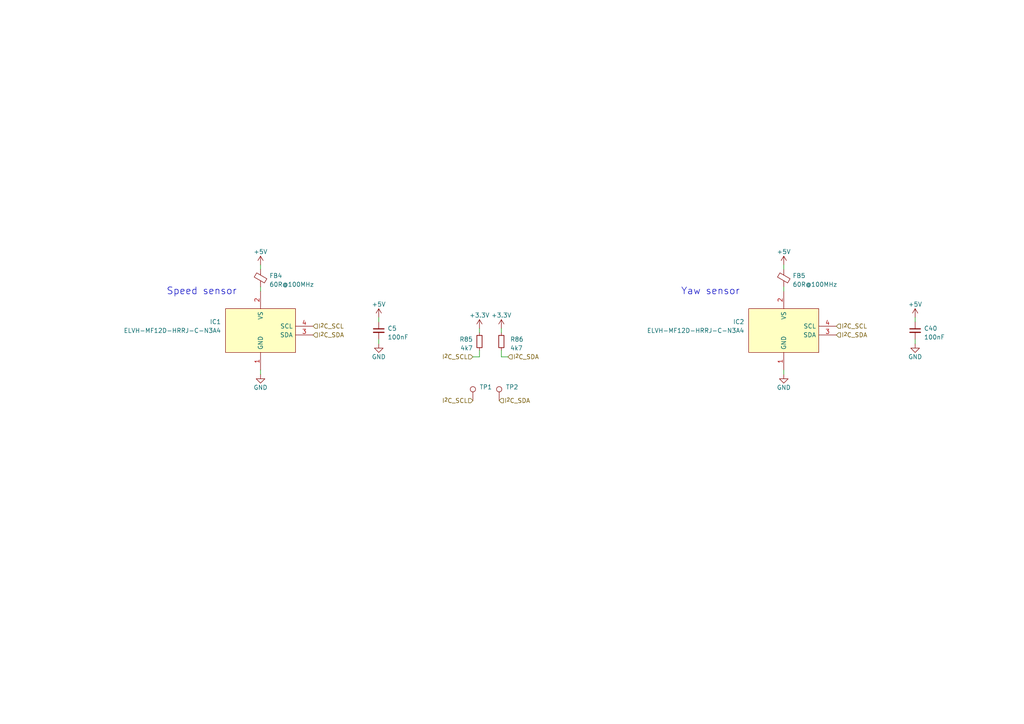
<source format=kicad_sch>
(kicad_sch (version 20230121) (generator eeschema)
  (paper "A4")
  (title_block (title "Yaw sensor") (date "2023-03-11") (rev "${REVISION}") (company "Author: Szymon Kostrubiec") (comment 1 "Reviewer:"))
  (lib_symbols
    (symbol "Connector:TestPoint" (pin_numbers hide) (pin_names (offset 0.762) hide)
      (property "Reference" "TP" (at 0 6.858 0))
      (property "Value" "TestPoint" (at 0 5.08 0))
      (symbol "TestPoint_0_1"
        (circle (center 0 3.302) (radius 0.762))
      )
      (symbol "TestPoint_1_1"
        (pin passive line (at 0 0 90) (length 2.54) (name "1") (number "1"))
      )
    )
    (symbol "Device:C_Small" (pin_numbers hide) (pin_names (offset 0.254) hide)
      (property "Reference" "C" (at 0.254 1.778 0))
      (property "Value" "C_Small" (at 0.254 -2.032 0))
      (symbol "C_Small_0_1"
        (polyline (pts (xy -1.524 -0.508) (xy 1.524 -0.508)) (stroke (width 0.3302)))
        (polyline (pts (xy -1.524 0.508) (xy 1.524 0.508)) (stroke (width 0.3048)))
      )
      (symbol "C_Small_1_1"
        (pin passive line (at 0 2.54 270) (length 2.032) (name "~") (number "1"))
        (pin passive line (at 0 -2.54 90) (length 2.032) (name "~") (number "2"))
      )
    )
    (symbol "Device:FerriteBead_Small" (pin_numbers hide) (pin_names (offset 0))
      (property "Reference" "FB" (at 1.905 1.27 0))
      (property "Value" "FerriteBead_Small" (at 1.905 -1.27 0))
      (symbol "FerriteBead_Small_0_1"
        (polyline (pts (xy 0 -1.27) (xy 0 -0.7874)))
        (polyline (pts (xy 0 0.889) (xy 0 1.2954)))
        (polyline (pts (xy -1.8288 0.2794) (xy -1.1176 1.4986) (xy 1.8288 -0.2032) (xy 1.1176 -1.4224) (xy -1.8288 0.2794)))
      )
      (symbol "FerriteBead_Small_1_1"
        (pin passive line (at 0 2.54 270) (length 1.27) (name "~") (number "1"))
        (pin passive line (at 0 -2.54 90) (length 1.27) (name "~") (number "2"))
      )
    )
    (symbol "Device:R_Small" (pin_numbers hide) (pin_names (offset 0.254) hide)
      (property "Reference" "R" (at 0.762 0.508 0))
      (property "Value" "R_Small" (at 0.762 -1.016 0))
      (symbol "R_Small_0_1"
        (rectangle (start -0.762 1.778) (end 0.762 -1.778) (stroke (width 0.2032)))
      )
      (symbol "R_Small_1_1"
        (pin passive line (at 0 2.54 270) (length 0.762) (name "~") (number "1"))
        (pin passive line (at 0 -2.54 90) (length 0.762) (name "~") (number "2"))
      )
    )
    (symbol "YAW_PROBE:ELVH-MF12D-HRRJ-C-N3A4" (pin_names (offset 0.762))
      (property "Reference" "IC" (at 26.67 7.62 0))
      (property "Value" "ELVH-MF12D-HRRJ-C-N3A4" (at 26.67 5.08 0))
      (property "Footprint" "ELVH005DHRRJINAA4" (at -38.1 -19.05 0))
      (symbol "ELVH-MF12D-HRRJ-C-N3A4_0_0"
        (pin passive line (at 15.24 -15.24 90) (length 5.08) (name "GND") (number "1"))
        (pin passive line (at 15.24 7.62 270) (length 5.08) (name "VS") (number "2"))
        (pin passive line (at 30.48 -5.08 180) (length 5.08) (name "SDA") (number "3"))
        (pin passive line (at 30.48 -2.54 180) (length 5.08) (name "SCL") (number "4"))
        (pin passive line (at 0 0 0) (length 5.08) hide (name "N/C_2") (number "5"))
        (pin passive line (at 0 -2.54 0) (length 5.08) hide (name "N/C_3") (number "6"))
        (pin passive line (at 0 -5.08 0) (length 5.08) hide (name "N/C_4") (number "7"))
        (pin passive line (at 0 -7.62 0) (length 5.08) hide (name "N/C_5") (number "8"))
      )
      (symbol "ELVH-MF12D-HRRJ-C-N3A4_0_1"
        (polyline (pts (xy 5.08 2.54) (xy 25.4 2.54) (xy 25.4 -10.16) (xy 5.08 -10.16) (xy 5.08 2.54)) (stroke (width 0.1524)) (fill (type background)))
      )
    )
    (symbol "power:+3.3V" (power) (pin_names (offset 0))
      (property "Value" "+3.3V" (at 0 3.556 0))
      (symbol "+3.3V_0_1"
        (polyline (pts (xy -0.762 1.27) (xy 0 2.54)))
        (polyline (pts (xy 0 0) (xy 0 2.54)))
        (polyline (pts (xy 0 2.54) (xy 0.762 1.27)))
      )
      (symbol "+3.3V_1_1"
        (pin power_in line (at 0 0 90) (length 0) hide (name "+3.3V") (number "1"))
      )
    )
    (symbol "power:+5V" (power) (pin_names (offset 0))
      (property "Value" "+5V" (at 0 3.556 0))
      (symbol "+5V_0_1"
        (polyline (pts (xy -0.762 1.27) (xy 0 2.54)))
        (polyline (pts (xy 0 0) (xy 0 2.54)))
        (polyline (pts (xy 0 2.54) (xy 0.762 1.27)))
      )
      (symbol "+5V_1_1"
        (pin power_in line (at 0 0 90) (length 0) hide (name "+5V") (number "1"))
      )
    )
    (symbol "power:GND" (power) (pin_names (offset 0))
      (property "Value" "GND" (at 0 -3.81 0))
      (symbol "GND_0_1"
        (polyline (pts (xy 0 0) (xy 0 -1.27) (xy 1.27 -1.27) (xy 0 -2.54) (xy -1.27 -1.27) (xy 0 -1.27)))
      )
      (symbol "GND_1_1"
        (pin power_in line (at 0 0 270) (length 0) hide (name "GND") (number "1"))
      )
    )
  )
  (wire (pts (xy 265.43 98.425) (xy 265.43 99.695)))
  (wire (pts (xy 227.33 76.835) (xy 227.33 78.105)))
  (wire (pts (xy 137.16 103.505) (xy 139.065 103.505)))
  (wire (pts (xy 75.565 83.185) (xy 75.565 84.455)))
  (wire (pts (xy 139.065 103.505) (xy 139.065 101.6)))
  (wire (pts (xy 139.065 95.25) (xy 139.065 96.52)))
  (wire (pts (xy 145.415 103.505) (xy 145.415 101.6)))
  (wire (pts (xy 75.565 107.315) (xy 75.565 108.585)))
  (wire (pts (xy 109.855 98.425) (xy 109.855 99.695)))
  (wire (pts (xy 265.43 92.075) (xy 265.43 93.345)))
  (wire (pts (xy 75.565 76.835) (xy 75.565 78.105)))
  (wire (pts (xy 227.33 107.315) (xy 227.33 108.585)))
  (wire (pts (xy 109.855 92.075) (xy 109.855 93.345)))
  (wire (pts (xy 145.415 95.25) (xy 145.415 96.52)))
  (wire (pts (xy 227.33 83.185) (xy 227.33 84.455)))
  (wire (pts (xy 147.32 103.505) (xy 145.415 103.505)))
  (text "Speed sensor" (at 48.26 85.725 0) (effects (font (size 2 2)) (justify left bottom)))
  (text "Yaw sensor" (at 197.485 85.725 0) (effects (font (size 2 2)) (justify left bottom)))
  (hierarchical_label "I^{2}C_SDA" (shape input) (at 144.78 116.205 0))
  (hierarchical_label "I^{2}C_SDA" (shape input) (at 242.57 97.155 0))
  (hierarchical_label "I^{2}C_SCL" (shape input) (at 137.16 103.505 180))
  (hierarchical_label "I^{2}C_SDA" (shape input) (at 147.32 103.505 0))
  (hierarchical_label "I^{2}C_SCL" (shape input) (at 137.16 116.205 180))
  (hierarchical_label "I^{2}C_SCL" (shape input) (at 242.57 94.615 0))
  (hierarchical_label "I^{2}C_SDA" (shape input) (at 90.805 97.155 0))
  (hierarchical_label "I^{2}C_SCL" (shape input) (at 90.805 94.615 0))
  (symbol (lib_id "Device:R_Small") (at 139.065 99.06 0) (mirror y) (unit 1)
    (property "Reference" "R85" (at 137.16 98.425 0) (effects (justify left)))
    (property "Value" "4k7" (at 137.16 100.965 0) (effects (justify left)))
    (property "Footprint" "Resistor_SMD:R_0402_1005Metric" (effects hide))
  )
  (symbol (lib_id "Device:C_Small") (at 109.855 95.885 0) (unit 1)
    (property "Reference" "C5" (at 112.395 95.2563 0) (effects (justify left)))
    (property "Value" "100nF" (at 112.395 97.7963 0) (effects (justify left)))
    (property "Footprint" "Capacitor_SMD:C_0402_1005Metric_Pad0.74x0.62mm_HandSolder" (effects hide))
  )
  (symbol (lib_id "power:+5V") (at 227.33 76.835 0) (unit 1)
    (property "Reference" "#PWR0134" (effects hide))
    (property "Value" "+5V" (at 227.33 73.025 0))
  )
  (symbol (lib_id "power:GND") (at 265.43 99.695 0) (unit 1)
    (property "Reference" "#PWR0149" (effects hide))
    (property "Value" "GND" (at 265.43 103.505 0))
  )
  (symbol (lib_id "Device:FerriteBead_Small") (at 227.33 80.645 0) (unit 1)
    (property "Reference" "FB5" (at 229.87 79.9719 0) (effects (justify left)))
    (property "Value" "60R@100MHz" (at 229.87 82.5119 0) (effects (justify left)))
    (property "Footprint" "Inductor_SMD:L_0603_1608Metric" (effects hide))
  )
  (symbol (lib_id "Device:FerriteBead_Small") (at 75.565 80.645 0) (unit 1)
    (property "Reference" "FB4" (at 78.105 79.9719 0) (effects (justify left)))
    (property "Value" "60R@100MHz" (at 78.105 82.5119 0) (effects (justify left)))
    (property "Footprint" "Inductor_SMD:L_0603_1608Metric" (effects hide))
  )
  (symbol (lib_id "Device:R_Small") (at 145.415 99.06 0) (unit 1)
    (property "Reference" "R86" (at 147.955 98.425 0) (effects (justify left)))
    (property "Value" "4k7" (at 147.955 100.965 0) (effects (justify left)))
    (property "Footprint" "Resistor_SMD:R_0402_1005Metric" (effects hide))
  )
  (symbol (lib_id "power:+3.3V") (at 139.065 95.25 0) (unit 1)
    (property "Reference" "#PWR0150" (effects hide))
    (property "Value" "+3.3V" (at 139.065 91.44 0))
  )
  (symbol (lib_id "YAW_PROBE:ELVH-MF12D-HRRJ-C-N3A4") (at 212.09 92.075 0) (unit 1)
    (property "Reference" "IC2" (at 215.9 93.3449 0) (effects (justify right)))
    (property "Value" "ELVH-MF12D-HRRJ-C-N3A4" (at 215.9 95.8849 0) (effects (justify right)))
    (property "Footprint" "Frontbox:ELVHL10DHRRDCN2A4" (effects hide))
    (property "Datasheet" "https://www.allsensors.com/datasheets/DS-0376_Rev_A.pdf" (effects hide))
    (property "Description" "Board Mount Pressure Sensors PRESSURE SENSOR" (effects hide))
    (property "Height" "7.49" (effects hide))
    (property "Manufacturer_Name" "Amphenol" (effects hide))
    (property "Manufacturer_Part_Number" "ELVH-005D-HRRJ-I-NAA4" (effects hide))
    (property "Mouser Part Number" "683-ELVH5DHRRJINAA4" (effects hide))
    (property "Mouser Price/Stock" "https://www.mouser.co.uk/ProductDetail/Amphenol-All-Sensors/ELVH-005D-HRRJ-I-NAA4?qs=HBWAp0VN4RiNJU0yUhxjcw%3D%3D" (effects hide))
  )
  (symbol (lib_id "power:GND") (at 75.565 108.585 0) (unit 1)
    (property "Reference" "#PWR0120" (effects hide))
    (property "Value" "GND" (at 75.565 112.395 0))
  )
  (symbol (lib_id "Device:C_Small") (at 265.43 95.885 0) (unit 1)
    (property "Reference" "C40" (at 267.97 95.2563 0) (effects (justify left)))
    (property "Value" "100nF" (at 267.97 97.7963 0) (effects (justify left)))
    (property "Footprint" "Capacitor_SMD:C_0402_1005Metric_Pad0.74x0.62mm_HandSolder" (effects hide))
  )
  (symbol (lib_id "Connector:TestPoint") (at 144.78 116.205 0) (unit 1)
    (property "Reference" "TP2" (at 146.685 112.268 0) (effects (justify left)))
    (property "Value" "TestPoint" (effects hide))
    (property "Footprint" "TestPoint:TestPoint_Pad_1.0x1.0mm" (effects hide))
    (instances (project "PUTM_EV_Frontbox_2023" (path "" (reference "TP2") (unit 1)) (path "" (reference "TP5") (unit 1))))
  )
  (symbol (lib_id "power:+5V") (at 109.855 92.075 0) (unit 1)
    (property "Reference" "#PWR0146" (effects hide))
    (property "Value" "+5V" (at 109.855 88.265 0))
  )
  (symbol (lib_id "power:GND") (at 109.855 99.695 0) (unit 1)
    (property "Reference" "#PWR0147" (effects hide))
    (property "Value" "GND" (at 109.855 103.505 0))
  )
  (symbol (lib_id "power:+3.3V") (at 145.415 95.25 0) (unit 1)
    (property "Reference" "#PWR0151" (effects hide))
    (property "Value" "+3.3V" (at 145.415 91.44 0))
  )
  (symbol (lib_id "power:+5V") (at 75.565 76.835 0) (unit 1)
    (property "Reference" "#PWR0110" (effects hide))
    (property "Value" "+5V" (at 75.565 73.025 0))
  )
  (symbol (lib_id "power:GND") (at 227.33 108.585 0) (unit 1)
    (property "Reference" "#PWR0135" (effects hide))
    (property "Value" "GND" (at 227.33 112.395 0))
  )
  (symbol (lib_id "YAW_PROBE:ELVH-MF12D-HRRJ-C-N3A4") (at 60.325 92.075 0) (unit 1)
    (property "Reference" "IC1" (at 64.135 93.3449 0) (effects (justify right)))
    (property "Value" "ELVH-MF12D-HRRJ-C-N3A4" (at 64.135 95.8849 0) (effects (justify right)))
    (property "Footprint" "Frontbox:ELVH005DHRRJINAA4" (effects hide))
    (property "Datasheet" "https://www.allsensors.com/datasheets/DS-0376_Rev_A.pdf" (effects hide))
    (property "Description" "Board Mount Pressure Sensors PRESSURE SENSOR" (effects hide))
    (property "Height" "7.49" (effects hide))
    (property "Manufacturer_Name" "Amphenol" (effects hide))
    (property "Manufacturer_Part_Number" "ELVH-005D-HRRJ-I-NAA4" (effects hide))
    (property "Mouser Part Number" "683-ELVH5DHRRJINAA4" (effects hide))
    (property "Mouser Price/Stock" "https://www.mouser.co.uk/ProductDetail/Amphenol-All-Sensors/ELVH-005D-HRRJ-I-NAA4?qs=HBWAp0VN4RiNJU0yUhxjcw%3D%3D" (effects hide))
  )
  (symbol (lib_id "power:+5V") (at 265.43 92.075 0) (unit 1)
    (property "Reference" "#PWR0148" (effects hide))
    (property "Value" "+5V" (at 265.43 88.265 0))
  )
  (symbol (lib_id "Connector:TestPoint") (at 137.16 116.205 0) (unit 1)
    (property "Reference" "TP1" (at 139.065 112.268 0) (effects (justify left)))
    (property "Value" "TestPoint" (effects hide))
    (property "Footprint" "TestPoint:TestPoint_Pad_1.0x1.0mm" (effects hide))
    (instances (project "PUTM_EV_Frontbox_2023" (path "" (reference "TP1") (unit 1)) (path "" (reference "TP4") (unit 1))))
  )
)
</source>
